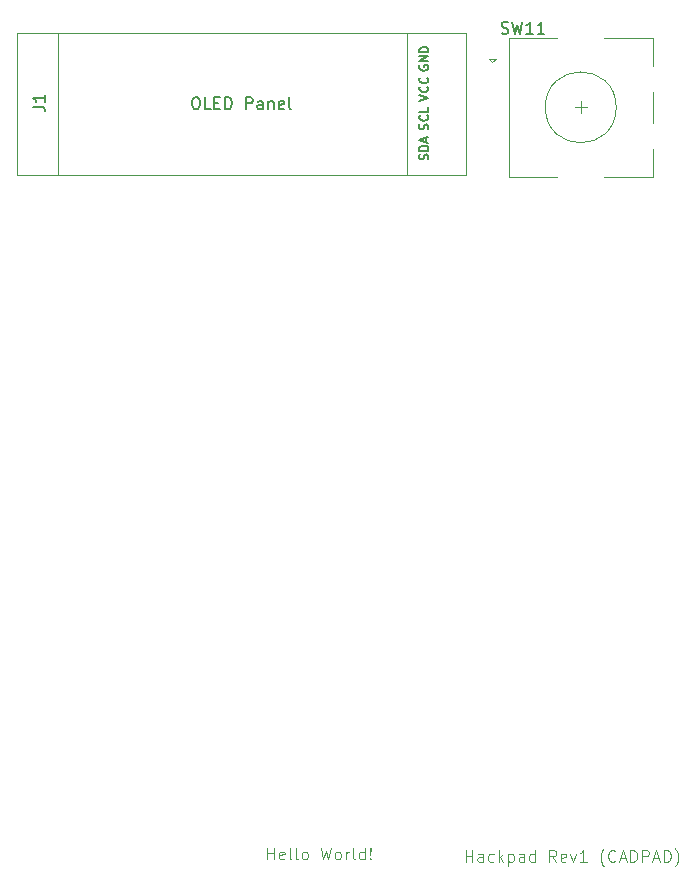
<source format=gbr>
%TF.GenerationSoftware,KiCad,Pcbnew,9.0.6*%
%TF.CreationDate,2025-12-02T16:00:42+08:00*%
%TF.ProjectId,Macropad,4d616372-6f70-4616-942e-6b696361645f,rev?*%
%TF.SameCoordinates,Original*%
%TF.FileFunction,Legend,Top*%
%TF.FilePolarity,Positive*%
%FSLAX46Y46*%
G04 Gerber Fmt 4.6, Leading zero omitted, Abs format (unit mm)*
G04 Created by KiCad (PCBNEW 9.0.6) date 2025-12-02 16:00:42*
%MOMM*%
%LPD*%
G01*
G04 APERTURE LIST*
%ADD10C,0.100000*%
%ADD11C,0.150000*%
%ADD12C,0.040000*%
%ADD13C,0.120000*%
G04 APERTURE END LIST*
D10*
X87503884Y-151872419D02*
X87503884Y-150872419D01*
X87503884Y-151348609D02*
X88075312Y-151348609D01*
X88075312Y-151872419D02*
X88075312Y-150872419D01*
X88980074Y-151872419D02*
X88980074Y-151348609D01*
X88980074Y-151348609D02*
X88932455Y-151253371D01*
X88932455Y-151253371D02*
X88837217Y-151205752D01*
X88837217Y-151205752D02*
X88646741Y-151205752D01*
X88646741Y-151205752D02*
X88551503Y-151253371D01*
X88980074Y-151824800D02*
X88884836Y-151872419D01*
X88884836Y-151872419D02*
X88646741Y-151872419D01*
X88646741Y-151872419D02*
X88551503Y-151824800D01*
X88551503Y-151824800D02*
X88503884Y-151729561D01*
X88503884Y-151729561D02*
X88503884Y-151634323D01*
X88503884Y-151634323D02*
X88551503Y-151539085D01*
X88551503Y-151539085D02*
X88646741Y-151491466D01*
X88646741Y-151491466D02*
X88884836Y-151491466D01*
X88884836Y-151491466D02*
X88980074Y-151443847D01*
X89884836Y-151824800D02*
X89789598Y-151872419D01*
X89789598Y-151872419D02*
X89599122Y-151872419D01*
X89599122Y-151872419D02*
X89503884Y-151824800D01*
X89503884Y-151824800D02*
X89456265Y-151777180D01*
X89456265Y-151777180D02*
X89408646Y-151681942D01*
X89408646Y-151681942D02*
X89408646Y-151396228D01*
X89408646Y-151396228D02*
X89456265Y-151300990D01*
X89456265Y-151300990D02*
X89503884Y-151253371D01*
X89503884Y-151253371D02*
X89599122Y-151205752D01*
X89599122Y-151205752D02*
X89789598Y-151205752D01*
X89789598Y-151205752D02*
X89884836Y-151253371D01*
X90313408Y-151872419D02*
X90313408Y-150872419D01*
X90408646Y-151491466D02*
X90694360Y-151872419D01*
X90694360Y-151205752D02*
X90313408Y-151586704D01*
X91122932Y-151205752D02*
X91122932Y-152205752D01*
X91122932Y-151253371D02*
X91218170Y-151205752D01*
X91218170Y-151205752D02*
X91408646Y-151205752D01*
X91408646Y-151205752D02*
X91503884Y-151253371D01*
X91503884Y-151253371D02*
X91551503Y-151300990D01*
X91551503Y-151300990D02*
X91599122Y-151396228D01*
X91599122Y-151396228D02*
X91599122Y-151681942D01*
X91599122Y-151681942D02*
X91551503Y-151777180D01*
X91551503Y-151777180D02*
X91503884Y-151824800D01*
X91503884Y-151824800D02*
X91408646Y-151872419D01*
X91408646Y-151872419D02*
X91218170Y-151872419D01*
X91218170Y-151872419D02*
X91122932Y-151824800D01*
X92456265Y-151872419D02*
X92456265Y-151348609D01*
X92456265Y-151348609D02*
X92408646Y-151253371D01*
X92408646Y-151253371D02*
X92313408Y-151205752D01*
X92313408Y-151205752D02*
X92122932Y-151205752D01*
X92122932Y-151205752D02*
X92027694Y-151253371D01*
X92456265Y-151824800D02*
X92361027Y-151872419D01*
X92361027Y-151872419D02*
X92122932Y-151872419D01*
X92122932Y-151872419D02*
X92027694Y-151824800D01*
X92027694Y-151824800D02*
X91980075Y-151729561D01*
X91980075Y-151729561D02*
X91980075Y-151634323D01*
X91980075Y-151634323D02*
X92027694Y-151539085D01*
X92027694Y-151539085D02*
X92122932Y-151491466D01*
X92122932Y-151491466D02*
X92361027Y-151491466D01*
X92361027Y-151491466D02*
X92456265Y-151443847D01*
X93361027Y-151872419D02*
X93361027Y-150872419D01*
X93361027Y-151824800D02*
X93265789Y-151872419D01*
X93265789Y-151872419D02*
X93075313Y-151872419D01*
X93075313Y-151872419D02*
X92980075Y-151824800D01*
X92980075Y-151824800D02*
X92932456Y-151777180D01*
X92932456Y-151777180D02*
X92884837Y-151681942D01*
X92884837Y-151681942D02*
X92884837Y-151396228D01*
X92884837Y-151396228D02*
X92932456Y-151300990D01*
X92932456Y-151300990D02*
X92980075Y-151253371D01*
X92980075Y-151253371D02*
X93075313Y-151205752D01*
X93075313Y-151205752D02*
X93265789Y-151205752D01*
X93265789Y-151205752D02*
X93361027Y-151253371D01*
X95170551Y-151872419D02*
X94837218Y-151396228D01*
X94599123Y-151872419D02*
X94599123Y-150872419D01*
X94599123Y-150872419D02*
X94980075Y-150872419D01*
X94980075Y-150872419D02*
X95075313Y-150920038D01*
X95075313Y-150920038D02*
X95122932Y-150967657D01*
X95122932Y-150967657D02*
X95170551Y-151062895D01*
X95170551Y-151062895D02*
X95170551Y-151205752D01*
X95170551Y-151205752D02*
X95122932Y-151300990D01*
X95122932Y-151300990D02*
X95075313Y-151348609D01*
X95075313Y-151348609D02*
X94980075Y-151396228D01*
X94980075Y-151396228D02*
X94599123Y-151396228D01*
X95980075Y-151824800D02*
X95884837Y-151872419D01*
X95884837Y-151872419D02*
X95694361Y-151872419D01*
X95694361Y-151872419D02*
X95599123Y-151824800D01*
X95599123Y-151824800D02*
X95551504Y-151729561D01*
X95551504Y-151729561D02*
X95551504Y-151348609D01*
X95551504Y-151348609D02*
X95599123Y-151253371D01*
X95599123Y-151253371D02*
X95694361Y-151205752D01*
X95694361Y-151205752D02*
X95884837Y-151205752D01*
X95884837Y-151205752D02*
X95980075Y-151253371D01*
X95980075Y-151253371D02*
X96027694Y-151348609D01*
X96027694Y-151348609D02*
X96027694Y-151443847D01*
X96027694Y-151443847D02*
X95551504Y-151539085D01*
X96361028Y-151205752D02*
X96599123Y-151872419D01*
X96599123Y-151872419D02*
X96837218Y-151205752D01*
X97741980Y-151872419D02*
X97170552Y-151872419D01*
X97456266Y-151872419D02*
X97456266Y-150872419D01*
X97456266Y-150872419D02*
X97361028Y-151015276D01*
X97361028Y-151015276D02*
X97265790Y-151110514D01*
X97265790Y-151110514D02*
X97170552Y-151158133D01*
X99218171Y-152253371D02*
X99170552Y-152205752D01*
X99170552Y-152205752D02*
X99075314Y-152062895D01*
X99075314Y-152062895D02*
X99027695Y-151967657D01*
X99027695Y-151967657D02*
X98980076Y-151824800D01*
X98980076Y-151824800D02*
X98932457Y-151586704D01*
X98932457Y-151586704D02*
X98932457Y-151396228D01*
X98932457Y-151396228D02*
X98980076Y-151158133D01*
X98980076Y-151158133D02*
X99027695Y-151015276D01*
X99027695Y-151015276D02*
X99075314Y-150920038D01*
X99075314Y-150920038D02*
X99170552Y-150777180D01*
X99170552Y-150777180D02*
X99218171Y-150729561D01*
X100170552Y-151777180D02*
X100122933Y-151824800D01*
X100122933Y-151824800D02*
X99980076Y-151872419D01*
X99980076Y-151872419D02*
X99884838Y-151872419D01*
X99884838Y-151872419D02*
X99741981Y-151824800D01*
X99741981Y-151824800D02*
X99646743Y-151729561D01*
X99646743Y-151729561D02*
X99599124Y-151634323D01*
X99599124Y-151634323D02*
X99551505Y-151443847D01*
X99551505Y-151443847D02*
X99551505Y-151300990D01*
X99551505Y-151300990D02*
X99599124Y-151110514D01*
X99599124Y-151110514D02*
X99646743Y-151015276D01*
X99646743Y-151015276D02*
X99741981Y-150920038D01*
X99741981Y-150920038D02*
X99884838Y-150872419D01*
X99884838Y-150872419D02*
X99980076Y-150872419D01*
X99980076Y-150872419D02*
X100122933Y-150920038D01*
X100122933Y-150920038D02*
X100170552Y-150967657D01*
X100551505Y-151586704D02*
X101027695Y-151586704D01*
X100456267Y-151872419D02*
X100789600Y-150872419D01*
X100789600Y-150872419D02*
X101122933Y-151872419D01*
X101456267Y-151872419D02*
X101456267Y-150872419D01*
X101456267Y-150872419D02*
X101694362Y-150872419D01*
X101694362Y-150872419D02*
X101837219Y-150920038D01*
X101837219Y-150920038D02*
X101932457Y-151015276D01*
X101932457Y-151015276D02*
X101980076Y-151110514D01*
X101980076Y-151110514D02*
X102027695Y-151300990D01*
X102027695Y-151300990D02*
X102027695Y-151443847D01*
X102027695Y-151443847D02*
X101980076Y-151634323D01*
X101980076Y-151634323D02*
X101932457Y-151729561D01*
X101932457Y-151729561D02*
X101837219Y-151824800D01*
X101837219Y-151824800D02*
X101694362Y-151872419D01*
X101694362Y-151872419D02*
X101456267Y-151872419D01*
X102456267Y-151872419D02*
X102456267Y-150872419D01*
X102456267Y-150872419D02*
X102837219Y-150872419D01*
X102837219Y-150872419D02*
X102932457Y-150920038D01*
X102932457Y-150920038D02*
X102980076Y-150967657D01*
X102980076Y-150967657D02*
X103027695Y-151062895D01*
X103027695Y-151062895D02*
X103027695Y-151205752D01*
X103027695Y-151205752D02*
X102980076Y-151300990D01*
X102980076Y-151300990D02*
X102932457Y-151348609D01*
X102932457Y-151348609D02*
X102837219Y-151396228D01*
X102837219Y-151396228D02*
X102456267Y-151396228D01*
X103408648Y-151586704D02*
X103884838Y-151586704D01*
X103313410Y-151872419D02*
X103646743Y-150872419D01*
X103646743Y-150872419D02*
X103980076Y-151872419D01*
X104313410Y-151872419D02*
X104313410Y-150872419D01*
X104313410Y-150872419D02*
X104551505Y-150872419D01*
X104551505Y-150872419D02*
X104694362Y-150920038D01*
X104694362Y-150920038D02*
X104789600Y-151015276D01*
X104789600Y-151015276D02*
X104837219Y-151110514D01*
X104837219Y-151110514D02*
X104884838Y-151300990D01*
X104884838Y-151300990D02*
X104884838Y-151443847D01*
X104884838Y-151443847D02*
X104837219Y-151634323D01*
X104837219Y-151634323D02*
X104789600Y-151729561D01*
X104789600Y-151729561D02*
X104694362Y-151824800D01*
X104694362Y-151824800D02*
X104551505Y-151872419D01*
X104551505Y-151872419D02*
X104313410Y-151872419D01*
X105218172Y-152253371D02*
X105265791Y-152205752D01*
X105265791Y-152205752D02*
X105361029Y-152062895D01*
X105361029Y-152062895D02*
X105408648Y-151967657D01*
X105408648Y-151967657D02*
X105456267Y-151824800D01*
X105456267Y-151824800D02*
X105503886Y-151586704D01*
X105503886Y-151586704D02*
X105503886Y-151396228D01*
X105503886Y-151396228D02*
X105456267Y-151158133D01*
X105456267Y-151158133D02*
X105408648Y-151015276D01*
X105408648Y-151015276D02*
X105361029Y-150920038D01*
X105361029Y-150920038D02*
X105265791Y-150777180D01*
X105265791Y-150777180D02*
X105218172Y-150729561D01*
X70703884Y-151672419D02*
X70703884Y-150672419D01*
X70703884Y-151148609D02*
X71275312Y-151148609D01*
X71275312Y-151672419D02*
X71275312Y-150672419D01*
X72132455Y-151624800D02*
X72037217Y-151672419D01*
X72037217Y-151672419D02*
X71846741Y-151672419D01*
X71846741Y-151672419D02*
X71751503Y-151624800D01*
X71751503Y-151624800D02*
X71703884Y-151529561D01*
X71703884Y-151529561D02*
X71703884Y-151148609D01*
X71703884Y-151148609D02*
X71751503Y-151053371D01*
X71751503Y-151053371D02*
X71846741Y-151005752D01*
X71846741Y-151005752D02*
X72037217Y-151005752D01*
X72037217Y-151005752D02*
X72132455Y-151053371D01*
X72132455Y-151053371D02*
X72180074Y-151148609D01*
X72180074Y-151148609D02*
X72180074Y-151243847D01*
X72180074Y-151243847D02*
X71703884Y-151339085D01*
X72751503Y-151672419D02*
X72656265Y-151624800D01*
X72656265Y-151624800D02*
X72608646Y-151529561D01*
X72608646Y-151529561D02*
X72608646Y-150672419D01*
X73275313Y-151672419D02*
X73180075Y-151624800D01*
X73180075Y-151624800D02*
X73132456Y-151529561D01*
X73132456Y-151529561D02*
X73132456Y-150672419D01*
X73799123Y-151672419D02*
X73703885Y-151624800D01*
X73703885Y-151624800D02*
X73656266Y-151577180D01*
X73656266Y-151577180D02*
X73608647Y-151481942D01*
X73608647Y-151481942D02*
X73608647Y-151196228D01*
X73608647Y-151196228D02*
X73656266Y-151100990D01*
X73656266Y-151100990D02*
X73703885Y-151053371D01*
X73703885Y-151053371D02*
X73799123Y-151005752D01*
X73799123Y-151005752D02*
X73941980Y-151005752D01*
X73941980Y-151005752D02*
X74037218Y-151053371D01*
X74037218Y-151053371D02*
X74084837Y-151100990D01*
X74084837Y-151100990D02*
X74132456Y-151196228D01*
X74132456Y-151196228D02*
X74132456Y-151481942D01*
X74132456Y-151481942D02*
X74084837Y-151577180D01*
X74084837Y-151577180D02*
X74037218Y-151624800D01*
X74037218Y-151624800D02*
X73941980Y-151672419D01*
X73941980Y-151672419D02*
X73799123Y-151672419D01*
X75227695Y-150672419D02*
X75465790Y-151672419D01*
X75465790Y-151672419D02*
X75656266Y-150958133D01*
X75656266Y-150958133D02*
X75846742Y-151672419D01*
X75846742Y-151672419D02*
X76084838Y-150672419D01*
X76608647Y-151672419D02*
X76513409Y-151624800D01*
X76513409Y-151624800D02*
X76465790Y-151577180D01*
X76465790Y-151577180D02*
X76418171Y-151481942D01*
X76418171Y-151481942D02*
X76418171Y-151196228D01*
X76418171Y-151196228D02*
X76465790Y-151100990D01*
X76465790Y-151100990D02*
X76513409Y-151053371D01*
X76513409Y-151053371D02*
X76608647Y-151005752D01*
X76608647Y-151005752D02*
X76751504Y-151005752D01*
X76751504Y-151005752D02*
X76846742Y-151053371D01*
X76846742Y-151053371D02*
X76894361Y-151100990D01*
X76894361Y-151100990D02*
X76941980Y-151196228D01*
X76941980Y-151196228D02*
X76941980Y-151481942D01*
X76941980Y-151481942D02*
X76894361Y-151577180D01*
X76894361Y-151577180D02*
X76846742Y-151624800D01*
X76846742Y-151624800D02*
X76751504Y-151672419D01*
X76751504Y-151672419D02*
X76608647Y-151672419D01*
X77370552Y-151672419D02*
X77370552Y-151005752D01*
X77370552Y-151196228D02*
X77418171Y-151100990D01*
X77418171Y-151100990D02*
X77465790Y-151053371D01*
X77465790Y-151053371D02*
X77561028Y-151005752D01*
X77561028Y-151005752D02*
X77656266Y-151005752D01*
X78132457Y-151672419D02*
X78037219Y-151624800D01*
X78037219Y-151624800D02*
X77989600Y-151529561D01*
X77989600Y-151529561D02*
X77989600Y-150672419D01*
X78941981Y-151672419D02*
X78941981Y-150672419D01*
X78941981Y-151624800D02*
X78846743Y-151672419D01*
X78846743Y-151672419D02*
X78656267Y-151672419D01*
X78656267Y-151672419D02*
X78561029Y-151624800D01*
X78561029Y-151624800D02*
X78513410Y-151577180D01*
X78513410Y-151577180D02*
X78465791Y-151481942D01*
X78465791Y-151481942D02*
X78465791Y-151196228D01*
X78465791Y-151196228D02*
X78513410Y-151100990D01*
X78513410Y-151100990D02*
X78561029Y-151053371D01*
X78561029Y-151053371D02*
X78656267Y-151005752D01*
X78656267Y-151005752D02*
X78846743Y-151005752D01*
X78846743Y-151005752D02*
X78941981Y-151053371D01*
X79418172Y-151577180D02*
X79465791Y-151624800D01*
X79465791Y-151624800D02*
X79418172Y-151672419D01*
X79418172Y-151672419D02*
X79370553Y-151624800D01*
X79370553Y-151624800D02*
X79418172Y-151577180D01*
X79418172Y-151577180D02*
X79418172Y-151672419D01*
X79418172Y-151291466D02*
X79370553Y-150720038D01*
X79370553Y-150720038D02*
X79418172Y-150672419D01*
X79418172Y-150672419D02*
X79465791Y-150720038D01*
X79465791Y-150720038D02*
X79418172Y-151291466D01*
X79418172Y-151291466D02*
X79418172Y-150672419D01*
D11*
X50854819Y-87933333D02*
X51569104Y-87933333D01*
X51569104Y-87933333D02*
X51711961Y-87980952D01*
X51711961Y-87980952D02*
X51807200Y-88076190D01*
X51807200Y-88076190D02*
X51854819Y-88219047D01*
X51854819Y-88219047D02*
X51854819Y-88314285D01*
X51854819Y-86933333D02*
X51854819Y-87504761D01*
X51854819Y-87219047D02*
X50854819Y-87219047D01*
X50854819Y-87219047D02*
X50997676Y-87314285D01*
X50997676Y-87314285D02*
X51092914Y-87409523D01*
X51092914Y-87409523D02*
X51140533Y-87504761D01*
X64571428Y-87144819D02*
X64761904Y-87144819D01*
X64761904Y-87144819D02*
X64857142Y-87192438D01*
X64857142Y-87192438D02*
X64952380Y-87287676D01*
X64952380Y-87287676D02*
X64999999Y-87478152D01*
X64999999Y-87478152D02*
X64999999Y-87811485D01*
X64999999Y-87811485D02*
X64952380Y-88001961D01*
X64952380Y-88001961D02*
X64857142Y-88097200D01*
X64857142Y-88097200D02*
X64761904Y-88144819D01*
X64761904Y-88144819D02*
X64571428Y-88144819D01*
X64571428Y-88144819D02*
X64476190Y-88097200D01*
X64476190Y-88097200D02*
X64380952Y-88001961D01*
X64380952Y-88001961D02*
X64333333Y-87811485D01*
X64333333Y-87811485D02*
X64333333Y-87478152D01*
X64333333Y-87478152D02*
X64380952Y-87287676D01*
X64380952Y-87287676D02*
X64476190Y-87192438D01*
X64476190Y-87192438D02*
X64571428Y-87144819D01*
X65904761Y-88144819D02*
X65428571Y-88144819D01*
X65428571Y-88144819D02*
X65428571Y-87144819D01*
X66238095Y-87621009D02*
X66571428Y-87621009D01*
X66714285Y-88144819D02*
X66238095Y-88144819D01*
X66238095Y-88144819D02*
X66238095Y-87144819D01*
X66238095Y-87144819D02*
X66714285Y-87144819D01*
X67142857Y-88144819D02*
X67142857Y-87144819D01*
X67142857Y-87144819D02*
X67380952Y-87144819D01*
X67380952Y-87144819D02*
X67523809Y-87192438D01*
X67523809Y-87192438D02*
X67619047Y-87287676D01*
X67619047Y-87287676D02*
X67666666Y-87382914D01*
X67666666Y-87382914D02*
X67714285Y-87573390D01*
X67714285Y-87573390D02*
X67714285Y-87716247D01*
X67714285Y-87716247D02*
X67666666Y-87906723D01*
X67666666Y-87906723D02*
X67619047Y-88001961D01*
X67619047Y-88001961D02*
X67523809Y-88097200D01*
X67523809Y-88097200D02*
X67380952Y-88144819D01*
X67380952Y-88144819D02*
X67142857Y-88144819D01*
X68904762Y-88144819D02*
X68904762Y-87144819D01*
X68904762Y-87144819D02*
X69285714Y-87144819D01*
X69285714Y-87144819D02*
X69380952Y-87192438D01*
X69380952Y-87192438D02*
X69428571Y-87240057D01*
X69428571Y-87240057D02*
X69476190Y-87335295D01*
X69476190Y-87335295D02*
X69476190Y-87478152D01*
X69476190Y-87478152D02*
X69428571Y-87573390D01*
X69428571Y-87573390D02*
X69380952Y-87621009D01*
X69380952Y-87621009D02*
X69285714Y-87668628D01*
X69285714Y-87668628D02*
X68904762Y-87668628D01*
X70333333Y-88144819D02*
X70333333Y-87621009D01*
X70333333Y-87621009D02*
X70285714Y-87525771D01*
X70285714Y-87525771D02*
X70190476Y-87478152D01*
X70190476Y-87478152D02*
X70000000Y-87478152D01*
X70000000Y-87478152D02*
X69904762Y-87525771D01*
X70333333Y-88097200D02*
X70238095Y-88144819D01*
X70238095Y-88144819D02*
X70000000Y-88144819D01*
X70000000Y-88144819D02*
X69904762Y-88097200D01*
X69904762Y-88097200D02*
X69857143Y-88001961D01*
X69857143Y-88001961D02*
X69857143Y-87906723D01*
X69857143Y-87906723D02*
X69904762Y-87811485D01*
X69904762Y-87811485D02*
X70000000Y-87763866D01*
X70000000Y-87763866D02*
X70238095Y-87763866D01*
X70238095Y-87763866D02*
X70333333Y-87716247D01*
X70809524Y-87478152D02*
X70809524Y-88144819D01*
X70809524Y-87573390D02*
X70857143Y-87525771D01*
X70857143Y-87525771D02*
X70952381Y-87478152D01*
X70952381Y-87478152D02*
X71095238Y-87478152D01*
X71095238Y-87478152D02*
X71190476Y-87525771D01*
X71190476Y-87525771D02*
X71238095Y-87621009D01*
X71238095Y-87621009D02*
X71238095Y-88144819D01*
X72095238Y-88097200D02*
X72000000Y-88144819D01*
X72000000Y-88144819D02*
X71809524Y-88144819D01*
X71809524Y-88144819D02*
X71714286Y-88097200D01*
X71714286Y-88097200D02*
X71666667Y-88001961D01*
X71666667Y-88001961D02*
X71666667Y-87621009D01*
X71666667Y-87621009D02*
X71714286Y-87525771D01*
X71714286Y-87525771D02*
X71809524Y-87478152D01*
X71809524Y-87478152D02*
X72000000Y-87478152D01*
X72000000Y-87478152D02*
X72095238Y-87525771D01*
X72095238Y-87525771D02*
X72142857Y-87621009D01*
X72142857Y-87621009D02*
X72142857Y-87716247D01*
X72142857Y-87716247D02*
X71666667Y-87811485D01*
X72714286Y-88144819D02*
X72619048Y-88097200D01*
X72619048Y-88097200D02*
X72571429Y-88001961D01*
X72571429Y-88001961D02*
X72571429Y-87144819D01*
X83624878Y-84451428D02*
X83589164Y-84522857D01*
X83589164Y-84522857D02*
X83589164Y-84629999D01*
X83589164Y-84629999D02*
X83624878Y-84737142D01*
X83624878Y-84737142D02*
X83696307Y-84808571D01*
X83696307Y-84808571D02*
X83767735Y-84844285D01*
X83767735Y-84844285D02*
X83910592Y-84879999D01*
X83910592Y-84879999D02*
X84017735Y-84879999D01*
X84017735Y-84879999D02*
X84160592Y-84844285D01*
X84160592Y-84844285D02*
X84232021Y-84808571D01*
X84232021Y-84808571D02*
X84303450Y-84737142D01*
X84303450Y-84737142D02*
X84339164Y-84629999D01*
X84339164Y-84629999D02*
X84339164Y-84558571D01*
X84339164Y-84558571D02*
X84303450Y-84451428D01*
X84303450Y-84451428D02*
X84267735Y-84415714D01*
X84267735Y-84415714D02*
X84017735Y-84415714D01*
X84017735Y-84415714D02*
X84017735Y-84558571D01*
X84339164Y-84094285D02*
X83589164Y-84094285D01*
X83589164Y-84094285D02*
X84339164Y-83665714D01*
X84339164Y-83665714D02*
X83589164Y-83665714D01*
X84339164Y-83308571D02*
X83589164Y-83308571D01*
X83589164Y-83308571D02*
X83589164Y-83130000D01*
X83589164Y-83130000D02*
X83624878Y-83022857D01*
X83624878Y-83022857D02*
X83696307Y-82951428D01*
X83696307Y-82951428D02*
X83767735Y-82915714D01*
X83767735Y-82915714D02*
X83910592Y-82880000D01*
X83910592Y-82880000D02*
X84017735Y-82880000D01*
X84017735Y-82880000D02*
X84160592Y-82915714D01*
X84160592Y-82915714D02*
X84232021Y-82951428D01*
X84232021Y-82951428D02*
X84303450Y-83022857D01*
X84303450Y-83022857D02*
X84339164Y-83130000D01*
X84339164Y-83130000D02*
X84339164Y-83308571D01*
X83589164Y-87419999D02*
X84339164Y-87169999D01*
X84339164Y-87169999D02*
X83589164Y-86919999D01*
X84267735Y-86241428D02*
X84303450Y-86277142D01*
X84303450Y-86277142D02*
X84339164Y-86384285D01*
X84339164Y-86384285D02*
X84339164Y-86455713D01*
X84339164Y-86455713D02*
X84303450Y-86562856D01*
X84303450Y-86562856D02*
X84232021Y-86634285D01*
X84232021Y-86634285D02*
X84160592Y-86669999D01*
X84160592Y-86669999D02*
X84017735Y-86705713D01*
X84017735Y-86705713D02*
X83910592Y-86705713D01*
X83910592Y-86705713D02*
X83767735Y-86669999D01*
X83767735Y-86669999D02*
X83696307Y-86634285D01*
X83696307Y-86634285D02*
X83624878Y-86562856D01*
X83624878Y-86562856D02*
X83589164Y-86455713D01*
X83589164Y-86455713D02*
X83589164Y-86384285D01*
X83589164Y-86384285D02*
X83624878Y-86277142D01*
X83624878Y-86277142D02*
X83660592Y-86241428D01*
X84267735Y-85491428D02*
X84303450Y-85527142D01*
X84303450Y-85527142D02*
X84339164Y-85634285D01*
X84339164Y-85634285D02*
X84339164Y-85705713D01*
X84339164Y-85705713D02*
X84303450Y-85812856D01*
X84303450Y-85812856D02*
X84232021Y-85884285D01*
X84232021Y-85884285D02*
X84160592Y-85919999D01*
X84160592Y-85919999D02*
X84017735Y-85955713D01*
X84017735Y-85955713D02*
X83910592Y-85955713D01*
X83910592Y-85955713D02*
X83767735Y-85919999D01*
X83767735Y-85919999D02*
X83696307Y-85884285D01*
X83696307Y-85884285D02*
X83624878Y-85812856D01*
X83624878Y-85812856D02*
X83589164Y-85705713D01*
X83589164Y-85705713D02*
X83589164Y-85634285D01*
X83589164Y-85634285D02*
X83624878Y-85527142D01*
X83624878Y-85527142D02*
X83660592Y-85491428D01*
X84303450Y-89852856D02*
X84339164Y-89745714D01*
X84339164Y-89745714D02*
X84339164Y-89567142D01*
X84339164Y-89567142D02*
X84303450Y-89495714D01*
X84303450Y-89495714D02*
X84267735Y-89459999D01*
X84267735Y-89459999D02*
X84196307Y-89424285D01*
X84196307Y-89424285D02*
X84124878Y-89424285D01*
X84124878Y-89424285D02*
X84053450Y-89459999D01*
X84053450Y-89459999D02*
X84017735Y-89495714D01*
X84017735Y-89495714D02*
X83982021Y-89567142D01*
X83982021Y-89567142D02*
X83946307Y-89709999D01*
X83946307Y-89709999D02*
X83910592Y-89781428D01*
X83910592Y-89781428D02*
X83874878Y-89817142D01*
X83874878Y-89817142D02*
X83803450Y-89852856D01*
X83803450Y-89852856D02*
X83732021Y-89852856D01*
X83732021Y-89852856D02*
X83660592Y-89817142D01*
X83660592Y-89817142D02*
X83624878Y-89781428D01*
X83624878Y-89781428D02*
X83589164Y-89709999D01*
X83589164Y-89709999D02*
X83589164Y-89531428D01*
X83589164Y-89531428D02*
X83624878Y-89424285D01*
X84267735Y-88674285D02*
X84303450Y-88709999D01*
X84303450Y-88709999D02*
X84339164Y-88817142D01*
X84339164Y-88817142D02*
X84339164Y-88888570D01*
X84339164Y-88888570D02*
X84303450Y-88995713D01*
X84303450Y-88995713D02*
X84232021Y-89067142D01*
X84232021Y-89067142D02*
X84160592Y-89102856D01*
X84160592Y-89102856D02*
X84017735Y-89138570D01*
X84017735Y-89138570D02*
X83910592Y-89138570D01*
X83910592Y-89138570D02*
X83767735Y-89102856D01*
X83767735Y-89102856D02*
X83696307Y-89067142D01*
X83696307Y-89067142D02*
X83624878Y-88995713D01*
X83624878Y-88995713D02*
X83589164Y-88888570D01*
X83589164Y-88888570D02*
X83589164Y-88817142D01*
X83589164Y-88817142D02*
X83624878Y-88709999D01*
X83624878Y-88709999D02*
X83660592Y-88674285D01*
X84339164Y-87995713D02*
X84339164Y-88352856D01*
X84339164Y-88352856D02*
X83589164Y-88352856D01*
X84303450Y-92410713D02*
X84339164Y-92303571D01*
X84339164Y-92303571D02*
X84339164Y-92124999D01*
X84339164Y-92124999D02*
X84303450Y-92053571D01*
X84303450Y-92053571D02*
X84267735Y-92017856D01*
X84267735Y-92017856D02*
X84196307Y-91982142D01*
X84196307Y-91982142D02*
X84124878Y-91982142D01*
X84124878Y-91982142D02*
X84053450Y-92017856D01*
X84053450Y-92017856D02*
X84017735Y-92053571D01*
X84017735Y-92053571D02*
X83982021Y-92124999D01*
X83982021Y-92124999D02*
X83946307Y-92267856D01*
X83946307Y-92267856D02*
X83910592Y-92339285D01*
X83910592Y-92339285D02*
X83874878Y-92374999D01*
X83874878Y-92374999D02*
X83803450Y-92410713D01*
X83803450Y-92410713D02*
X83732021Y-92410713D01*
X83732021Y-92410713D02*
X83660592Y-92374999D01*
X83660592Y-92374999D02*
X83624878Y-92339285D01*
X83624878Y-92339285D02*
X83589164Y-92267856D01*
X83589164Y-92267856D02*
X83589164Y-92089285D01*
X83589164Y-92089285D02*
X83624878Y-91982142D01*
X84339164Y-91660713D02*
X83589164Y-91660713D01*
X83589164Y-91660713D02*
X83589164Y-91482142D01*
X83589164Y-91482142D02*
X83624878Y-91374999D01*
X83624878Y-91374999D02*
X83696307Y-91303570D01*
X83696307Y-91303570D02*
X83767735Y-91267856D01*
X83767735Y-91267856D02*
X83910592Y-91232142D01*
X83910592Y-91232142D02*
X84017735Y-91232142D01*
X84017735Y-91232142D02*
X84160592Y-91267856D01*
X84160592Y-91267856D02*
X84232021Y-91303570D01*
X84232021Y-91303570D02*
X84303450Y-91374999D01*
X84303450Y-91374999D02*
X84339164Y-91482142D01*
X84339164Y-91482142D02*
X84339164Y-91660713D01*
X84124878Y-90946427D02*
X84124878Y-90589285D01*
X84339164Y-91017856D02*
X83589164Y-90767856D01*
X83589164Y-90767856D02*
X84339164Y-90517856D01*
X90540476Y-81719700D02*
X90683333Y-81767319D01*
X90683333Y-81767319D02*
X90921428Y-81767319D01*
X90921428Y-81767319D02*
X91016666Y-81719700D01*
X91016666Y-81719700D02*
X91064285Y-81672080D01*
X91064285Y-81672080D02*
X91111904Y-81576842D01*
X91111904Y-81576842D02*
X91111904Y-81481604D01*
X91111904Y-81481604D02*
X91064285Y-81386366D01*
X91064285Y-81386366D02*
X91016666Y-81338747D01*
X91016666Y-81338747D02*
X90921428Y-81291128D01*
X90921428Y-81291128D02*
X90730952Y-81243509D01*
X90730952Y-81243509D02*
X90635714Y-81195890D01*
X90635714Y-81195890D02*
X90588095Y-81148271D01*
X90588095Y-81148271D02*
X90540476Y-81053033D01*
X90540476Y-81053033D02*
X90540476Y-80957795D01*
X90540476Y-80957795D02*
X90588095Y-80862557D01*
X90588095Y-80862557D02*
X90635714Y-80814938D01*
X90635714Y-80814938D02*
X90730952Y-80767319D01*
X90730952Y-80767319D02*
X90969047Y-80767319D01*
X90969047Y-80767319D02*
X91111904Y-80814938D01*
X91445238Y-80767319D02*
X91683333Y-81767319D01*
X91683333Y-81767319D02*
X91873809Y-81053033D01*
X91873809Y-81053033D02*
X92064285Y-81767319D01*
X92064285Y-81767319D02*
X92302381Y-80767319D01*
X93207142Y-81767319D02*
X92635714Y-81767319D01*
X92921428Y-81767319D02*
X92921428Y-80767319D01*
X92921428Y-80767319D02*
X92826190Y-80910176D01*
X92826190Y-80910176D02*
X92730952Y-81005414D01*
X92730952Y-81005414D02*
X92635714Y-81053033D01*
X94159523Y-81767319D02*
X93588095Y-81767319D01*
X93873809Y-81767319D02*
X93873809Y-80767319D01*
X93873809Y-80767319D02*
X93778571Y-80910176D01*
X93778571Y-80910176D02*
X93683333Y-81005414D01*
X93683333Y-81005414D02*
X93588095Y-81053033D01*
D12*
%TO.C,J1*%
X53000000Y-81690000D02*
X53000000Y-93690000D01*
X82500000Y-81690000D02*
X82500000Y-93690000D01*
X87500000Y-81690000D02*
X49500000Y-81690000D01*
X49500000Y-81690000D02*
X49500000Y-93690000D01*
X49500000Y-93690000D02*
X87500000Y-93690000D01*
X87500000Y-93690000D02*
X87500000Y-81690000D01*
D13*
%TO.C,SW11*%
X89450000Y-83900000D02*
X90050000Y-83900000D01*
X89750000Y-84200000D02*
X89450000Y-83900000D01*
X90050000Y-83900000D02*
X89750000Y-84200000D01*
X91150000Y-82100000D02*
X91150000Y-93900000D01*
X95250000Y-82100000D02*
X91150000Y-82100000D01*
X95250000Y-93900000D02*
X91150000Y-93900000D01*
X96750000Y-88000000D02*
X97750000Y-88000000D01*
X97250000Y-87500000D02*
X97250000Y-88500000D01*
X99250000Y-82100000D02*
X103350000Y-82100000D01*
X103350000Y-82100000D02*
X103350000Y-84500000D01*
X103350000Y-86700000D02*
X103350000Y-89300000D01*
X103350000Y-91500000D02*
X103350000Y-93900000D01*
X103350000Y-93900000D02*
X99250000Y-93900000D01*
X100250000Y-88000000D02*
G75*
G02*
X94250000Y-88000000I-3000000J0D01*
G01*
X94250000Y-88000000D02*
G75*
G02*
X100250000Y-88000000I3000000J0D01*
G01*
%TD*%
M02*

</source>
